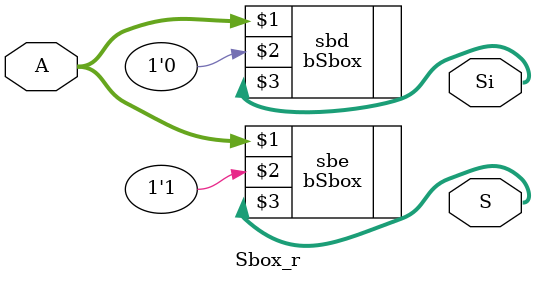
<source format=v>
/* S-box using all normal bases */
/* case # 4 : [d^16, d], [alpha^8, alpha^2], [Omega^2, Omega] */
/* beta^8 = N^2*alpha^2, N = w^2 */
/* optimized using OR gates and NAND gates */



/* Module to get encryption and decryption sBox */
module Sbox_r ( A, S, Si );
	input [7:0] A;
	output [7:0] S;
	output [7:0] Si;

	
	bSbox sbe(A,1'b1,S);
	bSbox sbd(A,1'b0,Si);
	

endmodule

</source>
